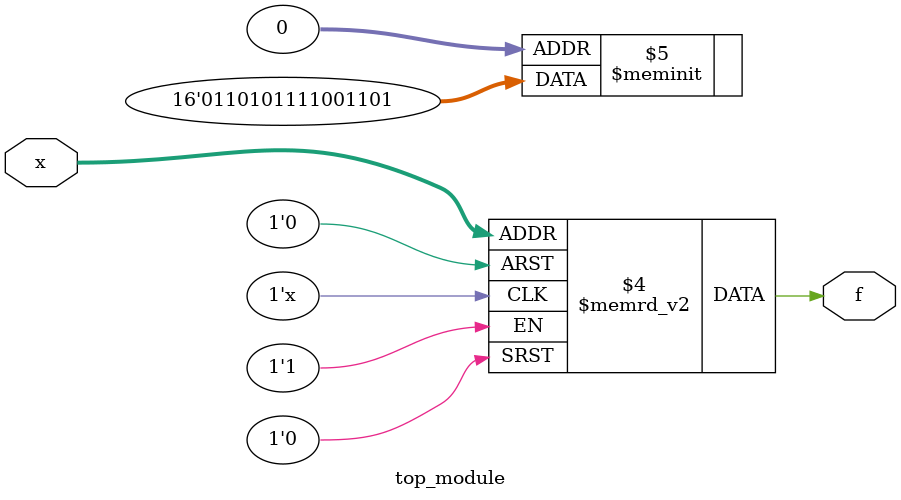
<source format=sv>
module top_module (
	input [4:1] x,
	output logic f
);

// Define your truth table
//  00 | 1 | 0 | 0 | 1 |
//  01 | 0 | 0 | 0 | 0 |
//  11 | 1 | 1 | 1 | 0 |
//  10 | 1 | 1 | 0 | 1 |

// Implement the function f using combination logic
always_comb begin
    case (x)
        // x[1]=0, x[2]=0, x[3]=0, x[4]=0
        4'b0000: f = 1;
        
        // x[1]=0, x[2]=0, x[3]=0, x[4]=1
        4'b0001: f = 0;
        
        // x[1]=0, x[2]=0, x[3]=1, x[4]=1
        4'b0011: f = 1;
        
        // x[1]=0, x[2]=0, x[3]=1, x[4]=0
        4'b0010: f = 1;
        
        // x[1]=0, x[2]=1, x[3]=0, x[4]=0
        4'b0100: f = 0;
        
        // x[1]=0, x[2]=1, x[3]=0, x[4]=1
        4'b0101: f = 0;
        
        // x[1]=0, x[2]=1, x[3]=1, x[4]=1
        4'b0111: f = 1;
        
        // x[1]=0, x[2]=1, x[3]=1, x[4]=0
        4'b0110: f = 1;
        
        // x[1]=1, x[2]=0, x[3]=0, x[4]=0
        4'b1000: f = 1;
        
        // x[1]=1, x[2]=0, x[3]=0, x[4]=1
        4'b1001: f = 1;
        
        // x[1]=1, x[2]=0, x[3]=1, x[4]=1
        4'b1011: f = 1;
        
        // x[1]=1, x[2]=0, x[3]=1, x[4]=0
        4'b1010: f = 0;
        
        // x[1]=1, x[2]=1, x[3]=0, x[4]=0
        4'b1100: f = 0;
        
        // x[1]=1, x[2]=1, x[3]=0, x[4]=1
        4'b1101: f = 1;
        
        // x[1]=1, x[2]=1, x[3]=1, x[4]=1
        4'b1111: f = 0;
        
        // x[1]=1, x[2]=1, x[3]=1, x[4]=0
        4'b1110: f = 1;
        
        default: f = 0;
    endcase
end

endmodule

</source>
